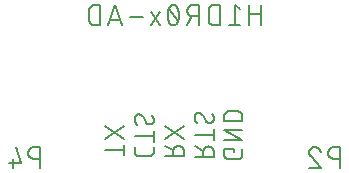
<source format=gbr>
G04 EAGLE Gerber RS-274X export*
G75*
%MOMM*%
%FSLAX34Y34*%
%LPD*%
%INSilkscreen Bottom*%
%IPPOS*%
%AMOC8*
5,1,8,0,0,1.08239X$1,22.5*%
G01*
%ADD10C,0.152400*%
%ADD11C,0.127000*%
%ADD12C,0.203200*%


D10*
X120142Y127820D02*
X136398Y127820D01*
X136398Y123305D02*
X136398Y132336D01*
X136398Y147828D02*
X120142Y136991D01*
X120142Y147828D02*
X136398Y136991D01*
X170942Y122354D02*
X187198Y122354D01*
X187198Y126870D01*
X187196Y127003D01*
X187190Y127135D01*
X187180Y127267D01*
X187167Y127399D01*
X187149Y127531D01*
X187128Y127661D01*
X187103Y127792D01*
X187074Y127921D01*
X187041Y128049D01*
X187005Y128177D01*
X186965Y128303D01*
X186921Y128428D01*
X186873Y128552D01*
X186822Y128674D01*
X186767Y128795D01*
X186709Y128914D01*
X186647Y129032D01*
X186582Y129147D01*
X186513Y129261D01*
X186442Y129372D01*
X186366Y129481D01*
X186288Y129588D01*
X186207Y129693D01*
X186122Y129795D01*
X186035Y129895D01*
X185945Y129992D01*
X185852Y130087D01*
X185756Y130178D01*
X185658Y130267D01*
X185557Y130353D01*
X185453Y130436D01*
X185347Y130516D01*
X185239Y130592D01*
X185129Y130666D01*
X185016Y130736D01*
X184902Y130803D01*
X184785Y130866D01*
X184667Y130926D01*
X184547Y130983D01*
X184425Y131036D01*
X184302Y131085D01*
X184178Y131131D01*
X184052Y131173D01*
X183925Y131211D01*
X183797Y131246D01*
X183668Y131277D01*
X183539Y131304D01*
X183408Y131327D01*
X183277Y131347D01*
X183145Y131362D01*
X183013Y131374D01*
X182881Y131382D01*
X182748Y131386D01*
X182616Y131386D01*
X182483Y131382D01*
X182351Y131374D01*
X182219Y131362D01*
X182087Y131347D01*
X181956Y131327D01*
X181825Y131304D01*
X181696Y131277D01*
X181567Y131246D01*
X181439Y131211D01*
X181312Y131173D01*
X181186Y131131D01*
X181062Y131085D01*
X180939Y131036D01*
X180817Y130983D01*
X180697Y130926D01*
X180579Y130866D01*
X180462Y130803D01*
X180348Y130736D01*
X180235Y130666D01*
X180125Y130592D01*
X180017Y130516D01*
X179911Y130436D01*
X179807Y130353D01*
X179706Y130267D01*
X179608Y130178D01*
X179512Y130087D01*
X179419Y129992D01*
X179329Y129895D01*
X179242Y129795D01*
X179157Y129693D01*
X179076Y129588D01*
X178998Y129481D01*
X178922Y129372D01*
X178851Y129261D01*
X178782Y129147D01*
X178717Y129032D01*
X178655Y128914D01*
X178597Y128795D01*
X178542Y128674D01*
X178491Y128552D01*
X178443Y128428D01*
X178399Y128303D01*
X178359Y128177D01*
X178323Y128049D01*
X178290Y127921D01*
X178261Y127792D01*
X178236Y127661D01*
X178215Y127531D01*
X178197Y127399D01*
X178184Y127267D01*
X178174Y127135D01*
X178168Y127003D01*
X178166Y126870D01*
X178167Y126870D02*
X178167Y122354D01*
X178167Y127773D02*
X170942Y131385D01*
X170942Y136991D02*
X187198Y147828D01*
X187198Y136991D02*
X170942Y147828D01*
X145542Y130090D02*
X145542Y126478D01*
X145544Y126360D01*
X145550Y126242D01*
X145559Y126124D01*
X145573Y126007D01*
X145590Y125890D01*
X145611Y125773D01*
X145636Y125658D01*
X145665Y125543D01*
X145698Y125429D01*
X145734Y125317D01*
X145774Y125206D01*
X145817Y125096D01*
X145864Y124987D01*
X145914Y124880D01*
X145969Y124775D01*
X146026Y124672D01*
X146087Y124571D01*
X146151Y124471D01*
X146218Y124374D01*
X146288Y124279D01*
X146362Y124187D01*
X146438Y124096D01*
X146518Y124009D01*
X146600Y123924D01*
X146685Y123842D01*
X146772Y123762D01*
X146863Y123686D01*
X146955Y123612D01*
X147050Y123542D01*
X147147Y123475D01*
X147247Y123411D01*
X147348Y123350D01*
X147451Y123293D01*
X147556Y123238D01*
X147663Y123188D01*
X147772Y123141D01*
X147882Y123098D01*
X147993Y123058D01*
X148105Y123022D01*
X148219Y122989D01*
X148334Y122960D01*
X148449Y122935D01*
X148566Y122914D01*
X148683Y122897D01*
X148800Y122883D01*
X148918Y122874D01*
X149036Y122868D01*
X149154Y122866D01*
X149154Y122865D02*
X158186Y122865D01*
X158186Y122866D02*
X158304Y122868D01*
X158422Y122874D01*
X158540Y122883D01*
X158657Y122897D01*
X158774Y122914D01*
X158891Y122935D01*
X159006Y122960D01*
X159121Y122989D01*
X159235Y123022D01*
X159347Y123058D01*
X159458Y123098D01*
X159568Y123141D01*
X159677Y123188D01*
X159784Y123238D01*
X159889Y123292D01*
X159992Y123350D01*
X160093Y123411D01*
X160193Y123475D01*
X160290Y123542D01*
X160385Y123612D01*
X160477Y123686D01*
X160568Y123762D01*
X160655Y123842D01*
X160740Y123924D01*
X160822Y124009D01*
X160902Y124096D01*
X160978Y124187D01*
X161052Y124279D01*
X161122Y124374D01*
X161189Y124471D01*
X161253Y124571D01*
X161314Y124672D01*
X161371Y124775D01*
X161425Y124880D01*
X161476Y124987D01*
X161523Y125096D01*
X161566Y125206D01*
X161606Y125317D01*
X161642Y125429D01*
X161675Y125543D01*
X161704Y125658D01*
X161729Y125773D01*
X161750Y125890D01*
X161767Y126007D01*
X161781Y126124D01*
X161790Y126242D01*
X161796Y126360D01*
X161798Y126478D01*
X161798Y130090D01*
X161798Y139404D02*
X145542Y139404D01*
X161798Y134889D02*
X161798Y143920D01*
X149154Y157988D02*
X149036Y157986D01*
X148918Y157980D01*
X148800Y157971D01*
X148683Y157957D01*
X148566Y157940D01*
X148449Y157919D01*
X148334Y157894D01*
X148219Y157865D01*
X148105Y157832D01*
X147993Y157796D01*
X147882Y157756D01*
X147772Y157713D01*
X147663Y157666D01*
X147556Y157616D01*
X147451Y157561D01*
X147348Y157504D01*
X147247Y157443D01*
X147147Y157379D01*
X147050Y157312D01*
X146955Y157242D01*
X146863Y157168D01*
X146772Y157092D01*
X146685Y157012D01*
X146600Y156930D01*
X146518Y156845D01*
X146438Y156758D01*
X146362Y156667D01*
X146288Y156575D01*
X146218Y156480D01*
X146151Y156383D01*
X146087Y156283D01*
X146026Y156182D01*
X145969Y156079D01*
X145914Y155974D01*
X145864Y155867D01*
X145817Y155758D01*
X145774Y155648D01*
X145734Y155537D01*
X145698Y155425D01*
X145665Y155311D01*
X145636Y155196D01*
X145611Y155081D01*
X145590Y154964D01*
X145573Y154847D01*
X145559Y154730D01*
X145550Y154612D01*
X145544Y154494D01*
X145542Y154376D01*
X145544Y154193D01*
X145551Y154011D01*
X145562Y153829D01*
X145577Y153647D01*
X145597Y153465D01*
X145620Y153284D01*
X145649Y153104D01*
X145681Y152924D01*
X145718Y152745D01*
X145759Y152568D01*
X145805Y152391D01*
X145854Y152215D01*
X145908Y152041D01*
X145966Y151867D01*
X146028Y151696D01*
X146094Y151526D01*
X146165Y151357D01*
X146239Y151190D01*
X146317Y151025D01*
X146399Y150862D01*
X146485Y150701D01*
X146575Y150542D01*
X146669Y150385D01*
X146766Y150231D01*
X146867Y150079D01*
X146972Y149929D01*
X147080Y149782D01*
X147191Y149638D01*
X147306Y149496D01*
X147425Y149357D01*
X147547Y149221D01*
X147672Y149088D01*
X147800Y148958D01*
X158186Y149409D02*
X158304Y149411D01*
X158422Y149417D01*
X158540Y149426D01*
X158657Y149440D01*
X158774Y149457D01*
X158891Y149478D01*
X159006Y149503D01*
X159121Y149532D01*
X159235Y149565D01*
X159347Y149601D01*
X159458Y149641D01*
X159568Y149684D01*
X159677Y149731D01*
X159784Y149781D01*
X159889Y149836D01*
X159992Y149893D01*
X160093Y149954D01*
X160193Y150018D01*
X160290Y150085D01*
X160385Y150155D01*
X160477Y150229D01*
X160568Y150305D01*
X160655Y150385D01*
X160740Y150467D01*
X160822Y150552D01*
X160902Y150639D01*
X160978Y150730D01*
X161052Y150822D01*
X161122Y150917D01*
X161189Y151014D01*
X161253Y151114D01*
X161314Y151215D01*
X161372Y151318D01*
X161426Y151423D01*
X161476Y151530D01*
X161523Y151639D01*
X161567Y151749D01*
X161606Y151860D01*
X161642Y151973D01*
X161675Y152086D01*
X161704Y152201D01*
X161729Y152316D01*
X161750Y152433D01*
X161767Y152550D01*
X161781Y152667D01*
X161790Y152785D01*
X161796Y152903D01*
X161798Y153021D01*
X161796Y153182D01*
X161790Y153344D01*
X161781Y153505D01*
X161767Y153666D01*
X161750Y153826D01*
X161729Y153986D01*
X161704Y154146D01*
X161675Y154305D01*
X161643Y154463D01*
X161607Y154620D01*
X161567Y154776D01*
X161523Y154932D01*
X161475Y155086D01*
X161424Y155239D01*
X161370Y155391D01*
X161311Y155542D01*
X161250Y155691D01*
X161184Y155838D01*
X161115Y155984D01*
X161043Y156129D01*
X160967Y156271D01*
X160888Y156412D01*
X160806Y156551D01*
X160720Y156687D01*
X160631Y156822D01*
X160539Y156955D01*
X160443Y157085D01*
X155025Y151214D02*
X155087Y151113D01*
X155152Y151013D01*
X155221Y150916D01*
X155293Y150821D01*
X155367Y150728D01*
X155445Y150638D01*
X155526Y150550D01*
X155609Y150465D01*
X155695Y150383D01*
X155784Y150304D01*
X155875Y150227D01*
X155969Y150154D01*
X156065Y150083D01*
X156163Y150016D01*
X156263Y149952D01*
X156366Y149891D01*
X156470Y149834D01*
X156576Y149780D01*
X156684Y149730D01*
X156793Y149683D01*
X156904Y149639D01*
X157016Y149599D01*
X157130Y149563D01*
X157244Y149531D01*
X157360Y149502D01*
X157476Y149477D01*
X157593Y149456D01*
X157711Y149439D01*
X157829Y149425D01*
X157948Y149416D01*
X158067Y149410D01*
X158186Y149408D01*
X152315Y156182D02*
X152253Y156283D01*
X152188Y156383D01*
X152119Y156480D01*
X152047Y156575D01*
X151973Y156668D01*
X151895Y156758D01*
X151814Y156846D01*
X151731Y156931D01*
X151645Y157013D01*
X151556Y157092D01*
X151465Y157169D01*
X151371Y157242D01*
X151275Y157313D01*
X151177Y157380D01*
X151077Y157444D01*
X150974Y157505D01*
X150870Y157562D01*
X150764Y157616D01*
X150656Y157666D01*
X150547Y157713D01*
X150436Y157757D01*
X150324Y157797D01*
X150210Y157833D01*
X150096Y157865D01*
X149980Y157894D01*
X149864Y157919D01*
X149747Y157940D01*
X149629Y157957D01*
X149511Y157971D01*
X149392Y157980D01*
X149273Y157986D01*
X149154Y157988D01*
X152315Y156182D02*
X155025Y151215D01*
X196342Y121661D02*
X212598Y121661D01*
X212598Y126177D01*
X212596Y126310D01*
X212590Y126442D01*
X212580Y126574D01*
X212567Y126706D01*
X212549Y126838D01*
X212528Y126968D01*
X212503Y127099D01*
X212474Y127228D01*
X212441Y127356D01*
X212405Y127484D01*
X212365Y127610D01*
X212321Y127735D01*
X212273Y127859D01*
X212222Y127981D01*
X212167Y128102D01*
X212109Y128221D01*
X212047Y128339D01*
X211982Y128454D01*
X211913Y128568D01*
X211842Y128679D01*
X211766Y128788D01*
X211688Y128895D01*
X211607Y129000D01*
X211522Y129102D01*
X211435Y129202D01*
X211345Y129299D01*
X211252Y129394D01*
X211156Y129485D01*
X211058Y129574D01*
X210957Y129660D01*
X210853Y129743D01*
X210747Y129823D01*
X210639Y129899D01*
X210529Y129973D01*
X210416Y130043D01*
X210302Y130110D01*
X210185Y130173D01*
X210067Y130233D01*
X209947Y130290D01*
X209825Y130343D01*
X209702Y130392D01*
X209578Y130438D01*
X209452Y130480D01*
X209325Y130518D01*
X209197Y130553D01*
X209068Y130584D01*
X208939Y130611D01*
X208808Y130634D01*
X208677Y130654D01*
X208545Y130669D01*
X208413Y130681D01*
X208281Y130689D01*
X208148Y130693D01*
X208016Y130693D01*
X207883Y130689D01*
X207751Y130681D01*
X207619Y130669D01*
X207487Y130654D01*
X207356Y130634D01*
X207225Y130611D01*
X207096Y130584D01*
X206967Y130553D01*
X206839Y130518D01*
X206712Y130480D01*
X206586Y130438D01*
X206462Y130392D01*
X206339Y130343D01*
X206217Y130290D01*
X206097Y130233D01*
X205979Y130173D01*
X205862Y130110D01*
X205748Y130043D01*
X205635Y129973D01*
X205525Y129899D01*
X205417Y129823D01*
X205311Y129743D01*
X205207Y129660D01*
X205106Y129574D01*
X205008Y129485D01*
X204912Y129394D01*
X204819Y129299D01*
X204729Y129202D01*
X204642Y129102D01*
X204557Y129000D01*
X204476Y128895D01*
X204398Y128788D01*
X204322Y128679D01*
X204251Y128568D01*
X204182Y128454D01*
X204117Y128339D01*
X204055Y128221D01*
X203997Y128102D01*
X203942Y127981D01*
X203891Y127859D01*
X203843Y127735D01*
X203799Y127610D01*
X203759Y127484D01*
X203723Y127356D01*
X203690Y127228D01*
X203661Y127099D01*
X203636Y126968D01*
X203615Y126838D01*
X203597Y126706D01*
X203584Y126574D01*
X203574Y126442D01*
X203568Y126310D01*
X203566Y126177D01*
X203567Y126177D02*
X203567Y121661D01*
X203567Y127080D02*
X196342Y130692D01*
X196342Y140674D02*
X212598Y140674D01*
X212598Y136159D02*
X212598Y145190D01*
X199954Y159258D02*
X199836Y159256D01*
X199718Y159250D01*
X199600Y159241D01*
X199483Y159227D01*
X199366Y159210D01*
X199249Y159189D01*
X199134Y159164D01*
X199019Y159135D01*
X198905Y159102D01*
X198793Y159066D01*
X198682Y159026D01*
X198572Y158983D01*
X198463Y158936D01*
X198356Y158886D01*
X198251Y158831D01*
X198148Y158774D01*
X198047Y158713D01*
X197947Y158649D01*
X197850Y158582D01*
X197755Y158512D01*
X197663Y158438D01*
X197572Y158362D01*
X197485Y158282D01*
X197400Y158200D01*
X197318Y158115D01*
X197238Y158028D01*
X197162Y157937D01*
X197088Y157845D01*
X197018Y157750D01*
X196951Y157653D01*
X196887Y157553D01*
X196826Y157452D01*
X196769Y157349D01*
X196714Y157244D01*
X196664Y157137D01*
X196617Y157028D01*
X196574Y156918D01*
X196534Y156807D01*
X196498Y156695D01*
X196465Y156581D01*
X196436Y156466D01*
X196411Y156351D01*
X196390Y156234D01*
X196373Y156117D01*
X196359Y156000D01*
X196350Y155882D01*
X196344Y155764D01*
X196342Y155646D01*
X196344Y155463D01*
X196351Y155281D01*
X196362Y155099D01*
X196377Y154917D01*
X196397Y154735D01*
X196420Y154554D01*
X196449Y154374D01*
X196481Y154194D01*
X196518Y154015D01*
X196559Y153838D01*
X196605Y153661D01*
X196654Y153485D01*
X196708Y153311D01*
X196766Y153137D01*
X196828Y152966D01*
X196894Y152796D01*
X196965Y152627D01*
X197039Y152460D01*
X197117Y152295D01*
X197199Y152132D01*
X197285Y151971D01*
X197375Y151812D01*
X197469Y151655D01*
X197566Y151501D01*
X197667Y151349D01*
X197772Y151199D01*
X197880Y151052D01*
X197991Y150908D01*
X198106Y150766D01*
X198225Y150627D01*
X198347Y150491D01*
X198472Y150358D01*
X198600Y150228D01*
X208986Y150679D02*
X209104Y150681D01*
X209222Y150687D01*
X209340Y150696D01*
X209457Y150710D01*
X209574Y150727D01*
X209691Y150748D01*
X209806Y150773D01*
X209921Y150802D01*
X210035Y150835D01*
X210147Y150871D01*
X210258Y150911D01*
X210368Y150954D01*
X210477Y151001D01*
X210584Y151051D01*
X210689Y151106D01*
X210792Y151163D01*
X210893Y151224D01*
X210993Y151288D01*
X211090Y151355D01*
X211185Y151425D01*
X211277Y151499D01*
X211368Y151575D01*
X211455Y151655D01*
X211540Y151737D01*
X211622Y151822D01*
X211702Y151909D01*
X211778Y152000D01*
X211852Y152092D01*
X211922Y152187D01*
X211989Y152284D01*
X212053Y152384D01*
X212114Y152485D01*
X212172Y152588D01*
X212226Y152693D01*
X212276Y152800D01*
X212323Y152909D01*
X212367Y153019D01*
X212406Y153130D01*
X212442Y153243D01*
X212475Y153356D01*
X212504Y153471D01*
X212529Y153586D01*
X212550Y153703D01*
X212567Y153820D01*
X212581Y153937D01*
X212590Y154055D01*
X212596Y154173D01*
X212598Y154291D01*
X212596Y154452D01*
X212590Y154614D01*
X212581Y154775D01*
X212567Y154936D01*
X212550Y155096D01*
X212529Y155256D01*
X212504Y155416D01*
X212475Y155575D01*
X212443Y155733D01*
X212407Y155890D01*
X212367Y156046D01*
X212323Y156202D01*
X212275Y156356D01*
X212224Y156509D01*
X212170Y156661D01*
X212111Y156812D01*
X212050Y156961D01*
X211984Y157108D01*
X211915Y157254D01*
X211843Y157399D01*
X211767Y157541D01*
X211688Y157682D01*
X211606Y157821D01*
X211520Y157957D01*
X211431Y158092D01*
X211339Y158225D01*
X211243Y158355D01*
X205825Y152484D02*
X205887Y152383D01*
X205952Y152283D01*
X206021Y152186D01*
X206093Y152091D01*
X206167Y151998D01*
X206245Y151908D01*
X206326Y151820D01*
X206409Y151735D01*
X206495Y151653D01*
X206584Y151574D01*
X206675Y151497D01*
X206769Y151424D01*
X206865Y151353D01*
X206963Y151286D01*
X207063Y151222D01*
X207166Y151161D01*
X207270Y151104D01*
X207376Y151050D01*
X207484Y151000D01*
X207593Y150953D01*
X207704Y150909D01*
X207816Y150869D01*
X207930Y150833D01*
X208044Y150801D01*
X208160Y150772D01*
X208276Y150747D01*
X208393Y150726D01*
X208511Y150709D01*
X208629Y150695D01*
X208748Y150686D01*
X208867Y150680D01*
X208986Y150678D01*
X203115Y157452D02*
X203053Y157553D01*
X202988Y157653D01*
X202919Y157750D01*
X202847Y157845D01*
X202773Y157938D01*
X202695Y158028D01*
X202614Y158116D01*
X202531Y158201D01*
X202445Y158283D01*
X202356Y158362D01*
X202265Y158439D01*
X202171Y158512D01*
X202075Y158583D01*
X201977Y158650D01*
X201877Y158714D01*
X201774Y158775D01*
X201670Y158832D01*
X201564Y158886D01*
X201456Y158936D01*
X201347Y158983D01*
X201236Y159027D01*
X201124Y159067D01*
X201010Y159103D01*
X200896Y159135D01*
X200780Y159164D01*
X200664Y159189D01*
X200547Y159210D01*
X200429Y159227D01*
X200311Y159241D01*
X200192Y159250D01*
X200073Y159256D01*
X199954Y159258D01*
X203115Y157452D02*
X205825Y152485D01*
D11*
X229969Y128941D02*
X229969Y126359D01*
X229969Y128941D02*
X221361Y128941D01*
X221361Y123777D01*
X221363Y123662D01*
X221369Y123547D01*
X221378Y123432D01*
X221392Y123318D01*
X221409Y123204D01*
X221430Y123091D01*
X221455Y122979D01*
X221483Y122867D01*
X221516Y122757D01*
X221552Y122648D01*
X221591Y122540D01*
X221634Y122433D01*
X221681Y122328D01*
X221731Y122224D01*
X221785Y122122D01*
X221842Y122022D01*
X221902Y121924D01*
X221965Y121828D01*
X222032Y121735D01*
X222102Y121643D01*
X222175Y121554D01*
X222250Y121467D01*
X222329Y121383D01*
X222410Y121302D01*
X222494Y121223D01*
X222581Y121148D01*
X222670Y121075D01*
X222762Y121005D01*
X222855Y120938D01*
X222951Y120875D01*
X223049Y120815D01*
X223149Y120758D01*
X223251Y120704D01*
X223355Y120654D01*
X223460Y120607D01*
X223567Y120564D01*
X223675Y120525D01*
X223784Y120489D01*
X223894Y120456D01*
X224006Y120428D01*
X224118Y120403D01*
X224231Y120382D01*
X224345Y120365D01*
X224459Y120351D01*
X224574Y120342D01*
X224689Y120336D01*
X224804Y120334D01*
X233412Y120334D01*
X233527Y120336D01*
X233642Y120342D01*
X233757Y120351D01*
X233871Y120365D01*
X233985Y120382D01*
X234098Y120403D01*
X234210Y120428D01*
X234322Y120456D01*
X234432Y120489D01*
X234541Y120525D01*
X234649Y120564D01*
X234756Y120607D01*
X234861Y120654D01*
X234965Y120704D01*
X235067Y120758D01*
X235167Y120815D01*
X235265Y120875D01*
X235361Y120938D01*
X235454Y121005D01*
X235546Y121075D01*
X235635Y121148D01*
X235722Y121223D01*
X235806Y121302D01*
X235887Y121383D01*
X235965Y121467D01*
X236041Y121554D01*
X236114Y121643D01*
X236184Y121735D01*
X236251Y121828D01*
X236314Y121924D01*
X236374Y122022D01*
X236431Y122122D01*
X236485Y122224D01*
X236535Y122328D01*
X236582Y122433D01*
X236625Y122540D01*
X236664Y122648D01*
X236700Y122757D01*
X236733Y122867D01*
X236761Y122979D01*
X236786Y123091D01*
X236807Y123204D01*
X236824Y123318D01*
X236838Y123432D01*
X236847Y123547D01*
X236853Y123662D01*
X236855Y123777D01*
X236855Y128941D01*
X236855Y136190D02*
X221361Y136190D01*
X221361Y144798D02*
X236855Y136190D01*
X236855Y144798D02*
X221361Y144798D01*
X221361Y152047D02*
X236855Y152047D01*
X236855Y156351D01*
X236853Y156481D01*
X236847Y156611D01*
X236837Y156741D01*
X236824Y156870D01*
X236806Y156999D01*
X236785Y157127D01*
X236759Y157254D01*
X236730Y157381D01*
X236697Y157507D01*
X236660Y157631D01*
X236620Y157755D01*
X236575Y157877D01*
X236527Y157998D01*
X236476Y158117D01*
X236421Y158235D01*
X236362Y158351D01*
X236300Y158465D01*
X236234Y158578D01*
X236165Y158688D01*
X236093Y158796D01*
X236018Y158902D01*
X235939Y159005D01*
X235857Y159106D01*
X235773Y159205D01*
X235685Y159301D01*
X235594Y159394D01*
X235501Y159485D01*
X235405Y159573D01*
X235306Y159657D01*
X235205Y159739D01*
X235102Y159818D01*
X234996Y159893D01*
X234888Y159965D01*
X234778Y160034D01*
X234665Y160100D01*
X234551Y160162D01*
X234435Y160221D01*
X234317Y160276D01*
X234198Y160327D01*
X234077Y160375D01*
X233955Y160420D01*
X233831Y160460D01*
X233707Y160497D01*
X233581Y160530D01*
X233454Y160559D01*
X233327Y160585D01*
X233199Y160606D01*
X233070Y160624D01*
X232941Y160637D01*
X232811Y160647D01*
X232681Y160653D01*
X232551Y160655D01*
X225665Y160655D01*
X225535Y160653D01*
X225405Y160647D01*
X225275Y160637D01*
X225146Y160624D01*
X225017Y160606D01*
X224889Y160585D01*
X224762Y160559D01*
X224635Y160530D01*
X224509Y160497D01*
X224385Y160460D01*
X224261Y160420D01*
X224139Y160375D01*
X224018Y160327D01*
X223899Y160276D01*
X223781Y160221D01*
X223665Y160162D01*
X223551Y160100D01*
X223438Y160034D01*
X223328Y159965D01*
X223220Y159893D01*
X223114Y159818D01*
X223011Y159739D01*
X222910Y159657D01*
X222811Y159573D01*
X222715Y159485D01*
X222622Y159394D01*
X222531Y159301D01*
X222443Y159205D01*
X222359Y159106D01*
X222277Y159005D01*
X222198Y158902D01*
X222123Y158796D01*
X222051Y158688D01*
X221982Y158578D01*
X221916Y158465D01*
X221854Y158351D01*
X221795Y158235D01*
X221740Y158117D01*
X221689Y157998D01*
X221641Y157877D01*
X221596Y157755D01*
X221556Y157631D01*
X221519Y157507D01*
X221486Y157381D01*
X221457Y157254D01*
X221431Y157127D01*
X221410Y156999D01*
X221392Y156870D01*
X221379Y156741D01*
X221369Y156611D01*
X221363Y156481D01*
X221361Y156351D01*
X221361Y152047D01*
D12*
X252349Y233426D02*
X252349Y250698D01*
X252349Y243022D02*
X242753Y243022D01*
X242753Y250698D02*
X242753Y233426D01*
X235040Y246860D02*
X230242Y250698D01*
X230242Y233426D01*
X225445Y233426D02*
X235040Y233426D01*
X217731Y233426D02*
X217731Y250698D01*
X212934Y250698D01*
X212797Y250696D01*
X212660Y250690D01*
X212523Y250680D01*
X212387Y250667D01*
X212251Y250649D01*
X212116Y250628D01*
X211981Y250602D01*
X211847Y250573D01*
X211714Y250540D01*
X211582Y250504D01*
X211451Y250463D01*
X211322Y250419D01*
X211193Y250371D01*
X211066Y250320D01*
X210941Y250264D01*
X210817Y250206D01*
X210695Y250144D01*
X210575Y250078D01*
X210456Y250009D01*
X210340Y249936D01*
X210226Y249861D01*
X210114Y249782D01*
X210004Y249700D01*
X209897Y249614D01*
X209792Y249526D01*
X209690Y249435D01*
X209590Y249341D01*
X209493Y249244D01*
X209399Y249144D01*
X209308Y249042D01*
X209220Y248937D01*
X209134Y248830D01*
X209052Y248720D01*
X208973Y248608D01*
X208898Y248494D01*
X208825Y248378D01*
X208756Y248259D01*
X208691Y248139D01*
X208628Y248017D01*
X208570Y247893D01*
X208514Y247768D01*
X208463Y247641D01*
X208415Y247512D01*
X208371Y247383D01*
X208330Y247252D01*
X208294Y247120D01*
X208261Y246987D01*
X208232Y246853D01*
X208206Y246718D01*
X208185Y246583D01*
X208167Y246447D01*
X208154Y246311D01*
X208144Y246174D01*
X208138Y246037D01*
X208136Y245900D01*
X208136Y238224D01*
X208138Y238087D01*
X208144Y237950D01*
X208154Y237813D01*
X208167Y237677D01*
X208185Y237541D01*
X208206Y237406D01*
X208232Y237271D01*
X208261Y237137D01*
X208294Y237004D01*
X208330Y236872D01*
X208371Y236741D01*
X208415Y236612D01*
X208463Y236483D01*
X208514Y236356D01*
X208570Y236231D01*
X208628Y236107D01*
X208690Y235985D01*
X208756Y235865D01*
X208825Y235746D01*
X208898Y235630D01*
X208973Y235516D01*
X209052Y235404D01*
X209134Y235294D01*
X209220Y235187D01*
X209308Y235082D01*
X209399Y234980D01*
X209493Y234880D01*
X209590Y234783D01*
X209690Y234689D01*
X209792Y234598D01*
X209897Y234510D01*
X210004Y234424D01*
X210114Y234342D01*
X210226Y234263D01*
X210340Y234188D01*
X210456Y234115D01*
X210575Y234046D01*
X210695Y233980D01*
X210817Y233918D01*
X210941Y233860D01*
X211066Y233804D01*
X211193Y233753D01*
X211322Y233705D01*
X211451Y233661D01*
X211582Y233620D01*
X211714Y233584D01*
X211847Y233551D01*
X211981Y233522D01*
X212116Y233496D01*
X212251Y233475D01*
X212387Y233457D01*
X212523Y233444D01*
X212660Y233434D01*
X212797Y233428D01*
X212934Y233426D01*
X217731Y233426D01*
X199760Y233426D02*
X199760Y250698D01*
X194962Y250698D01*
X194824Y250696D01*
X194686Y250690D01*
X194548Y250680D01*
X194410Y250666D01*
X194273Y250648D01*
X194136Y250626D01*
X194001Y250601D01*
X193865Y250571D01*
X193731Y250537D01*
X193598Y250500D01*
X193466Y250459D01*
X193335Y250414D01*
X193206Y250365D01*
X193078Y250313D01*
X192952Y250257D01*
X192827Y250197D01*
X192704Y250133D01*
X192583Y250067D01*
X192464Y249996D01*
X192347Y249923D01*
X192232Y249846D01*
X192119Y249765D01*
X192009Y249682D01*
X191902Y249595D01*
X191796Y249505D01*
X191694Y249413D01*
X191594Y249317D01*
X191497Y249219D01*
X191403Y249117D01*
X191311Y249013D01*
X191223Y248907D01*
X191138Y248798D01*
X191056Y248687D01*
X190977Y248573D01*
X190902Y248457D01*
X190830Y248339D01*
X190761Y248219D01*
X190696Y248097D01*
X190635Y247973D01*
X190577Y247847D01*
X190523Y247720D01*
X190472Y247591D01*
X190425Y247461D01*
X190382Y247330D01*
X190343Y247197D01*
X190307Y247064D01*
X190276Y246929D01*
X190248Y246794D01*
X190224Y246657D01*
X190204Y246521D01*
X190188Y246383D01*
X190176Y246245D01*
X190168Y246107D01*
X190164Y245969D01*
X190164Y245831D01*
X190168Y245693D01*
X190176Y245555D01*
X190188Y245417D01*
X190204Y245279D01*
X190224Y245143D01*
X190248Y245006D01*
X190276Y244871D01*
X190307Y244736D01*
X190343Y244603D01*
X190382Y244470D01*
X190425Y244339D01*
X190472Y244209D01*
X190523Y244080D01*
X190577Y243953D01*
X190635Y243827D01*
X190696Y243703D01*
X190761Y243581D01*
X190830Y243461D01*
X190902Y243343D01*
X190977Y243227D01*
X191056Y243113D01*
X191138Y243002D01*
X191223Y242893D01*
X191311Y242787D01*
X191403Y242683D01*
X191497Y242581D01*
X191594Y242483D01*
X191694Y242387D01*
X191796Y242295D01*
X191902Y242205D01*
X192009Y242118D01*
X192119Y242035D01*
X192232Y241954D01*
X192347Y241877D01*
X192464Y241804D01*
X192583Y241733D01*
X192704Y241667D01*
X192827Y241603D01*
X192952Y241543D01*
X193078Y241487D01*
X193206Y241435D01*
X193335Y241386D01*
X193466Y241341D01*
X193598Y241300D01*
X193731Y241263D01*
X193865Y241229D01*
X194001Y241199D01*
X194136Y241174D01*
X194273Y241152D01*
X194410Y241134D01*
X194548Y241120D01*
X194686Y241110D01*
X194824Y241104D01*
X194962Y241102D01*
X199760Y241102D01*
X194003Y241102D02*
X190165Y233426D01*
X183113Y242062D02*
X183109Y242402D01*
X183097Y242741D01*
X183077Y243081D01*
X183048Y243419D01*
X183012Y243757D01*
X182967Y244094D01*
X182915Y244429D01*
X182854Y244764D01*
X182786Y245097D01*
X182709Y245428D01*
X182625Y245757D01*
X182533Y246084D01*
X182433Y246409D01*
X182325Y246731D01*
X182210Y247051D01*
X182087Y247367D01*
X181957Y247681D01*
X181819Y247992D01*
X181674Y248299D01*
X181635Y248408D01*
X181592Y248516D01*
X181545Y248622D01*
X181496Y248727D01*
X181442Y248830D01*
X181386Y248931D01*
X181326Y249030D01*
X181263Y249127D01*
X181197Y249222D01*
X181128Y249315D01*
X181055Y249406D01*
X180980Y249494D01*
X180902Y249580D01*
X180821Y249663D01*
X180738Y249743D01*
X180652Y249821D01*
X180563Y249896D01*
X180473Y249968D01*
X180379Y250037D01*
X180284Y250103D01*
X180187Y250165D01*
X180087Y250225D01*
X179986Y250281D01*
X179883Y250334D01*
X179778Y250383D01*
X179671Y250429D01*
X179564Y250472D01*
X179454Y250511D01*
X179344Y250546D01*
X179233Y250578D01*
X179120Y250606D01*
X179007Y250630D01*
X178893Y250651D01*
X178778Y250668D01*
X178663Y250681D01*
X178548Y250690D01*
X178432Y250696D01*
X178316Y250698D01*
X178200Y250696D01*
X178084Y250690D01*
X177969Y250681D01*
X177854Y250668D01*
X177739Y250651D01*
X177625Y250630D01*
X177512Y250606D01*
X177399Y250578D01*
X177288Y250546D01*
X177178Y250511D01*
X177068Y250472D01*
X176961Y250429D01*
X176854Y250383D01*
X176749Y250334D01*
X176646Y250281D01*
X176545Y250225D01*
X176445Y250165D01*
X176348Y250103D01*
X176253Y250037D01*
X176159Y249968D01*
X176069Y249896D01*
X175980Y249821D01*
X175894Y249743D01*
X175811Y249663D01*
X175730Y249580D01*
X175652Y249494D01*
X175577Y249406D01*
X175504Y249315D01*
X175435Y249223D01*
X175369Y249127D01*
X175306Y249030D01*
X175246Y248931D01*
X175190Y248830D01*
X175136Y248727D01*
X175087Y248622D01*
X175040Y248516D01*
X174997Y248408D01*
X174958Y248299D01*
X174813Y247992D01*
X174675Y247681D01*
X174545Y247367D01*
X174422Y247051D01*
X174307Y246731D01*
X174199Y246409D01*
X174099Y246084D01*
X174007Y245757D01*
X173923Y245428D01*
X173846Y245097D01*
X173778Y244764D01*
X173717Y244429D01*
X173665Y244094D01*
X173620Y243757D01*
X173584Y243419D01*
X173555Y243081D01*
X173535Y242741D01*
X173523Y242402D01*
X173519Y242062D01*
X183114Y242062D02*
X183110Y241722D01*
X183098Y241383D01*
X183078Y241043D01*
X183049Y240705D01*
X183013Y240367D01*
X182968Y240030D01*
X182916Y239694D01*
X182855Y239360D01*
X182787Y239027D01*
X182710Y238696D01*
X182626Y238367D01*
X182534Y238040D01*
X182434Y237715D01*
X182326Y237393D01*
X182211Y237073D01*
X182088Y236756D01*
X181958Y236442D01*
X181820Y236132D01*
X181675Y235825D01*
X181674Y235825D02*
X181635Y235716D01*
X181592Y235608D01*
X181545Y235502D01*
X181496Y235397D01*
X181442Y235294D01*
X181386Y235193D01*
X181326Y235094D01*
X181263Y234997D01*
X181197Y234901D01*
X181128Y234809D01*
X181055Y234718D01*
X180980Y234630D01*
X180902Y234544D01*
X180821Y234461D01*
X180738Y234381D01*
X180652Y234303D01*
X180563Y234228D01*
X180473Y234156D01*
X180379Y234087D01*
X180284Y234021D01*
X180187Y233959D01*
X180087Y233899D01*
X179986Y233843D01*
X179883Y233790D01*
X179778Y233741D01*
X179671Y233695D01*
X179564Y233652D01*
X179454Y233613D01*
X179344Y233578D01*
X179233Y233546D01*
X179120Y233518D01*
X179007Y233494D01*
X178893Y233473D01*
X178778Y233456D01*
X178663Y233443D01*
X178548Y233434D01*
X178432Y233428D01*
X178316Y233426D01*
X174957Y235825D02*
X174812Y236132D01*
X174674Y236442D01*
X174544Y236756D01*
X174421Y237073D01*
X174306Y237393D01*
X174198Y237715D01*
X174098Y238040D01*
X174006Y238367D01*
X173922Y238696D01*
X173845Y239027D01*
X173777Y239360D01*
X173716Y239694D01*
X173664Y240030D01*
X173619Y240367D01*
X173583Y240705D01*
X173554Y241043D01*
X173534Y241383D01*
X173522Y241722D01*
X173518Y242062D01*
X174958Y235825D02*
X174997Y235716D01*
X175040Y235608D01*
X175087Y235502D01*
X175136Y235397D01*
X175190Y235294D01*
X175246Y235193D01*
X175306Y235094D01*
X175369Y234997D01*
X175435Y234901D01*
X175504Y234809D01*
X175577Y234718D01*
X175652Y234630D01*
X175730Y234544D01*
X175811Y234461D01*
X175894Y234380D01*
X175980Y234303D01*
X176069Y234228D01*
X176159Y234156D01*
X176253Y234087D01*
X176348Y234021D01*
X176445Y233959D01*
X176545Y233899D01*
X176646Y233843D01*
X176749Y233790D01*
X176854Y233741D01*
X176961Y233695D01*
X177068Y233652D01*
X177178Y233613D01*
X177288Y233578D01*
X177399Y233546D01*
X177512Y233518D01*
X177625Y233494D01*
X177739Y233473D01*
X177854Y233456D01*
X177969Y233443D01*
X178084Y233434D01*
X178200Y233428D01*
X178316Y233426D01*
X182154Y237264D02*
X174478Y246860D01*
X159403Y244941D02*
X167079Y233426D01*
X159403Y233426D02*
X167079Y244941D01*
X152806Y240143D02*
X141291Y240143D01*
X134939Y233426D02*
X129181Y250698D01*
X123424Y233426D01*
X124863Y237744D02*
X133499Y237744D01*
X116670Y233426D02*
X116670Y250698D01*
X111873Y250698D01*
X111736Y250696D01*
X111599Y250690D01*
X111462Y250680D01*
X111326Y250667D01*
X111190Y250649D01*
X111055Y250628D01*
X110920Y250602D01*
X110786Y250573D01*
X110653Y250540D01*
X110521Y250504D01*
X110390Y250463D01*
X110261Y250419D01*
X110132Y250371D01*
X110005Y250320D01*
X109880Y250264D01*
X109756Y250206D01*
X109634Y250144D01*
X109514Y250078D01*
X109395Y250009D01*
X109279Y249936D01*
X109165Y249861D01*
X109053Y249782D01*
X108943Y249700D01*
X108836Y249614D01*
X108731Y249526D01*
X108629Y249435D01*
X108529Y249341D01*
X108432Y249244D01*
X108338Y249144D01*
X108247Y249042D01*
X108159Y248937D01*
X108073Y248830D01*
X107991Y248720D01*
X107912Y248608D01*
X107837Y248494D01*
X107764Y248378D01*
X107695Y248259D01*
X107630Y248139D01*
X107567Y248017D01*
X107509Y247893D01*
X107453Y247768D01*
X107402Y247641D01*
X107354Y247512D01*
X107310Y247383D01*
X107269Y247252D01*
X107233Y247120D01*
X107200Y246987D01*
X107171Y246853D01*
X107145Y246718D01*
X107124Y246583D01*
X107106Y246447D01*
X107093Y246311D01*
X107083Y246174D01*
X107077Y246037D01*
X107075Y245900D01*
X107075Y238224D01*
X107077Y238087D01*
X107083Y237950D01*
X107093Y237813D01*
X107106Y237677D01*
X107124Y237541D01*
X107145Y237406D01*
X107171Y237271D01*
X107200Y237137D01*
X107233Y237004D01*
X107269Y236872D01*
X107310Y236741D01*
X107354Y236612D01*
X107402Y236483D01*
X107453Y236356D01*
X107509Y236231D01*
X107567Y236107D01*
X107629Y235985D01*
X107695Y235865D01*
X107764Y235746D01*
X107837Y235630D01*
X107912Y235516D01*
X107991Y235404D01*
X108073Y235294D01*
X108159Y235187D01*
X108247Y235082D01*
X108338Y234980D01*
X108432Y234880D01*
X108529Y234783D01*
X108629Y234689D01*
X108731Y234598D01*
X108836Y234510D01*
X108943Y234424D01*
X109053Y234342D01*
X109165Y234263D01*
X109279Y234188D01*
X109395Y234115D01*
X109514Y234046D01*
X109634Y233980D01*
X109756Y233918D01*
X109880Y233860D01*
X110005Y233804D01*
X110132Y233753D01*
X110261Y233705D01*
X110390Y233661D01*
X110521Y233620D01*
X110653Y233584D01*
X110786Y233551D01*
X110920Y233522D01*
X111055Y233496D01*
X111190Y233475D01*
X111326Y233457D01*
X111462Y233444D01*
X111599Y233434D01*
X111736Y233428D01*
X111873Y233426D01*
X116670Y233426D01*
D10*
X319278Y130302D02*
X319278Y112522D01*
X319278Y130302D02*
X314339Y130302D01*
X314199Y130300D01*
X314060Y130294D01*
X313920Y130284D01*
X313781Y130270D01*
X313642Y130253D01*
X313504Y130231D01*
X313367Y130205D01*
X313230Y130176D01*
X313094Y130143D01*
X312960Y130106D01*
X312826Y130065D01*
X312694Y130020D01*
X312562Y129971D01*
X312433Y129919D01*
X312305Y129864D01*
X312178Y129804D01*
X312053Y129741D01*
X311930Y129675D01*
X311809Y129605D01*
X311690Y129532D01*
X311573Y129455D01*
X311459Y129375D01*
X311346Y129292D01*
X311236Y129206D01*
X311129Y129116D01*
X311024Y129024D01*
X310922Y128929D01*
X310822Y128831D01*
X310725Y128730D01*
X310631Y128626D01*
X310541Y128520D01*
X310453Y128411D01*
X310368Y128300D01*
X310287Y128186D01*
X310208Y128071D01*
X310133Y127953D01*
X310062Y127832D01*
X309994Y127710D01*
X309929Y127587D01*
X309868Y127461D01*
X309810Y127333D01*
X309756Y127205D01*
X309706Y127074D01*
X309659Y126942D01*
X309616Y126809D01*
X309577Y126675D01*
X309542Y126540D01*
X309511Y126404D01*
X309483Y126266D01*
X309460Y126129D01*
X309440Y125990D01*
X309424Y125851D01*
X309412Y125712D01*
X309404Y125573D01*
X309400Y125433D01*
X309400Y125293D01*
X309404Y125153D01*
X309412Y125014D01*
X309424Y124875D01*
X309440Y124736D01*
X309460Y124597D01*
X309483Y124460D01*
X309511Y124322D01*
X309542Y124186D01*
X309577Y124051D01*
X309616Y123917D01*
X309659Y123784D01*
X309706Y123652D01*
X309756Y123521D01*
X309810Y123393D01*
X309868Y123265D01*
X309929Y123139D01*
X309994Y123016D01*
X310062Y122893D01*
X310133Y122773D01*
X310208Y122655D01*
X310287Y122540D01*
X310368Y122426D01*
X310453Y122315D01*
X310541Y122206D01*
X310631Y122100D01*
X310725Y121996D01*
X310822Y121895D01*
X310922Y121797D01*
X311024Y121702D01*
X311129Y121610D01*
X311236Y121520D01*
X311346Y121434D01*
X311459Y121351D01*
X311573Y121271D01*
X311690Y121194D01*
X311809Y121121D01*
X311930Y121051D01*
X312053Y120985D01*
X312178Y120922D01*
X312305Y120862D01*
X312433Y120807D01*
X312562Y120755D01*
X312694Y120706D01*
X312826Y120661D01*
X312960Y120620D01*
X313094Y120583D01*
X313230Y120550D01*
X313367Y120521D01*
X313504Y120495D01*
X313642Y120473D01*
X313781Y120456D01*
X313920Y120442D01*
X314060Y120432D01*
X314199Y120426D01*
X314339Y120424D01*
X319278Y120424D01*
X297850Y130302D02*
X297718Y130300D01*
X297587Y130294D01*
X297455Y130284D01*
X297324Y130271D01*
X297194Y130253D01*
X297064Y130232D01*
X296934Y130207D01*
X296806Y130178D01*
X296678Y130145D01*
X296552Y130108D01*
X296426Y130068D01*
X296302Y130024D01*
X296179Y129976D01*
X296058Y129925D01*
X295938Y129870D01*
X295820Y129812D01*
X295704Y129750D01*
X295590Y129684D01*
X295477Y129616D01*
X295367Y129544D01*
X295259Y129469D01*
X295153Y129390D01*
X295049Y129309D01*
X294948Y129224D01*
X294850Y129137D01*
X294754Y129046D01*
X294661Y128953D01*
X294570Y128857D01*
X294483Y128759D01*
X294398Y128658D01*
X294317Y128554D01*
X294238Y128448D01*
X294163Y128340D01*
X294091Y128230D01*
X294023Y128117D01*
X293957Y128003D01*
X293895Y127887D01*
X293837Y127769D01*
X293782Y127649D01*
X293731Y127528D01*
X293683Y127405D01*
X293639Y127281D01*
X293599Y127155D01*
X293562Y127029D01*
X293529Y126901D01*
X293500Y126773D01*
X293475Y126643D01*
X293454Y126513D01*
X293436Y126383D01*
X293423Y126252D01*
X293413Y126120D01*
X293407Y125989D01*
X293405Y125857D01*
X297850Y130302D02*
X298000Y130300D01*
X298149Y130294D01*
X298298Y130284D01*
X298447Y130271D01*
X298596Y130253D01*
X298744Y130232D01*
X298892Y130206D01*
X299038Y130177D01*
X299184Y130144D01*
X299329Y130107D01*
X299473Y130066D01*
X299616Y130022D01*
X299758Y129974D01*
X299898Y129922D01*
X300037Y129867D01*
X300175Y129808D01*
X300310Y129745D01*
X300445Y129679D01*
X300577Y129609D01*
X300707Y129536D01*
X300836Y129459D01*
X300963Y129379D01*
X301087Y129296D01*
X301209Y129210D01*
X301329Y129120D01*
X301446Y129027D01*
X301561Y128932D01*
X301674Y128833D01*
X301784Y128731D01*
X301891Y128627D01*
X301995Y128520D01*
X302097Y128410D01*
X302195Y128297D01*
X302291Y128182D01*
X302383Y128064D01*
X302473Y127944D01*
X302559Y127822D01*
X302642Y127698D01*
X302722Y127571D01*
X302798Y127443D01*
X302871Y127312D01*
X302941Y127179D01*
X303007Y127045D01*
X303069Y126909D01*
X303128Y126772D01*
X303184Y126633D01*
X303235Y126492D01*
X303283Y126351D01*
X294888Y122400D02*
X294792Y122493D01*
X294700Y122589D01*
X294610Y122688D01*
X294523Y122789D01*
X294439Y122892D01*
X294357Y122997D01*
X294279Y123105D01*
X294204Y123215D01*
X294131Y123327D01*
X294062Y123441D01*
X293996Y123557D01*
X293934Y123675D01*
X293875Y123794D01*
X293819Y123915D01*
X293766Y124038D01*
X293717Y124162D01*
X293672Y124287D01*
X293629Y124414D01*
X293591Y124541D01*
X293556Y124670D01*
X293525Y124799D01*
X293497Y124930D01*
X293473Y125061D01*
X293452Y125193D01*
X293436Y125325D01*
X293423Y125458D01*
X293413Y125591D01*
X293408Y125724D01*
X293406Y125857D01*
X294887Y122400D02*
X303283Y112522D01*
X293405Y112522D01*
X65278Y112522D02*
X65278Y130302D01*
X60339Y130302D01*
X60199Y130300D01*
X60060Y130294D01*
X59920Y130284D01*
X59781Y130270D01*
X59642Y130253D01*
X59504Y130231D01*
X59367Y130205D01*
X59230Y130176D01*
X59094Y130143D01*
X58960Y130106D01*
X58826Y130065D01*
X58694Y130020D01*
X58562Y129971D01*
X58433Y129919D01*
X58305Y129864D01*
X58178Y129804D01*
X58053Y129741D01*
X57930Y129675D01*
X57809Y129605D01*
X57690Y129532D01*
X57573Y129455D01*
X57459Y129375D01*
X57346Y129292D01*
X57236Y129206D01*
X57129Y129116D01*
X57024Y129024D01*
X56922Y128929D01*
X56822Y128831D01*
X56725Y128730D01*
X56631Y128626D01*
X56541Y128520D01*
X56453Y128411D01*
X56368Y128300D01*
X56287Y128186D01*
X56208Y128071D01*
X56133Y127953D01*
X56062Y127832D01*
X55994Y127710D01*
X55929Y127587D01*
X55868Y127461D01*
X55810Y127333D01*
X55756Y127205D01*
X55706Y127074D01*
X55659Y126942D01*
X55616Y126809D01*
X55577Y126675D01*
X55542Y126540D01*
X55511Y126404D01*
X55483Y126266D01*
X55460Y126129D01*
X55440Y125990D01*
X55424Y125851D01*
X55412Y125712D01*
X55404Y125573D01*
X55400Y125433D01*
X55400Y125293D01*
X55404Y125153D01*
X55412Y125014D01*
X55424Y124875D01*
X55440Y124736D01*
X55460Y124597D01*
X55483Y124460D01*
X55511Y124322D01*
X55542Y124186D01*
X55577Y124051D01*
X55616Y123917D01*
X55659Y123784D01*
X55706Y123652D01*
X55756Y123521D01*
X55810Y123393D01*
X55868Y123265D01*
X55929Y123139D01*
X55994Y123016D01*
X56062Y122893D01*
X56133Y122773D01*
X56208Y122655D01*
X56287Y122540D01*
X56368Y122426D01*
X56453Y122315D01*
X56541Y122206D01*
X56631Y122100D01*
X56725Y121996D01*
X56822Y121895D01*
X56922Y121797D01*
X57024Y121702D01*
X57129Y121610D01*
X57236Y121520D01*
X57346Y121434D01*
X57459Y121351D01*
X57573Y121271D01*
X57690Y121194D01*
X57809Y121121D01*
X57930Y121051D01*
X58053Y120985D01*
X58178Y120922D01*
X58305Y120862D01*
X58433Y120807D01*
X58562Y120755D01*
X58694Y120706D01*
X58826Y120661D01*
X58960Y120620D01*
X59094Y120583D01*
X59230Y120550D01*
X59367Y120521D01*
X59504Y120495D01*
X59642Y120473D01*
X59781Y120456D01*
X59920Y120442D01*
X60060Y120432D01*
X60199Y120426D01*
X60339Y120424D01*
X65278Y120424D01*
X49283Y116473D02*
X45332Y130302D01*
X49283Y116473D02*
X39405Y116473D01*
X42369Y120424D02*
X42369Y112522D01*
M02*

</source>
